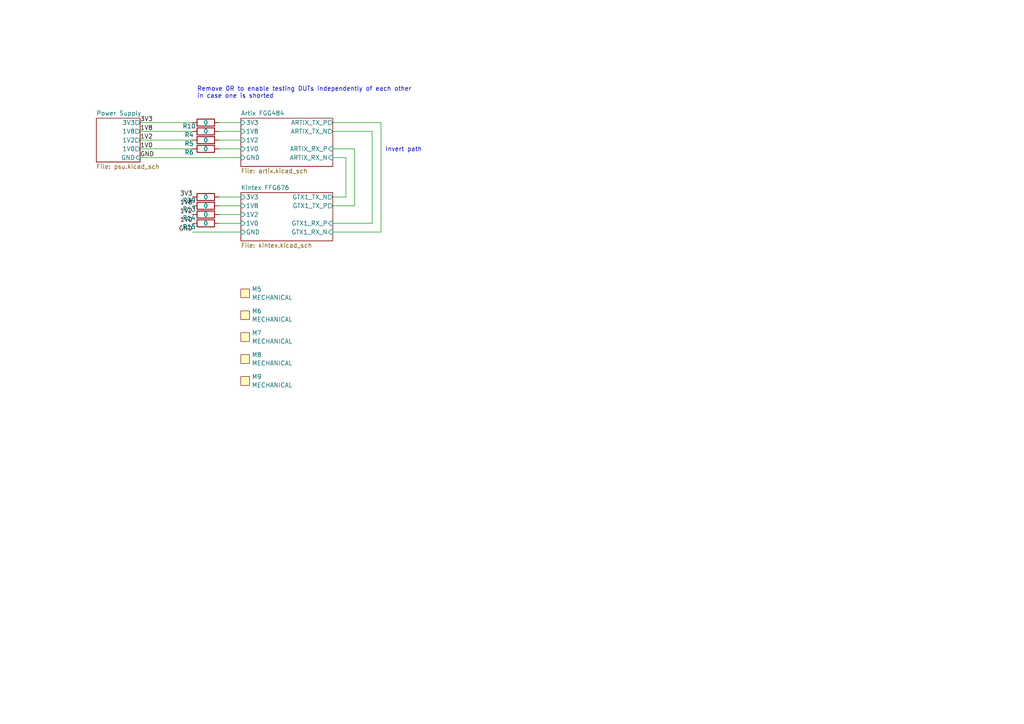
<source format=kicad_sch>
(kicad_sch (version 20231120) (generator "eeschema") (generator_version "8.0")
  (paper "A4")
  (lib_symbols
    (symbol "passive-azonenberg:R_PWR" (pin_numbers hide) (pin_names (offset 0))
      (property "Reference" "R" (at 2.032 0 90))
      (property "Value" "R_PWR" (at 0 0 90))
      (symbol "R_PWR_0_1"
        (rectangle (start -1.016 -2.54) (end 1.016 2.54) (stroke (width 0.254)))
      )
      (symbol "R_PWR_1_1"
        (pin power_out line (at 0 3.81 270) (length 1.27) (name "~") (number "1"))
        (pin power_in line (at 0 -3.81 90) (length 1.27) (name "~") (number "2"))
      )
    )
    (symbol "special-azonenberg:MECHANICAL" (pin_names (offset 1.016))
      (property "Reference" "M" (at 0 -2.54 0))
      (property "Value" "MECHANICAL" (at 0 -5.08 0))
      (symbol "MECHANICAL_0_1"
        (rectangle (start 0 1.27) (end 2.54 -1.27) (fill (type background)))
      )
    )
  )
  (wire (pts (xy 102.87 59.69) (xy 96.52 59.69)))
  (wire (pts (xy 63.5 35.56) (xy 69.85 35.56)))
  (wire (pts (xy 63.5 64.77) (xy 69.85 64.77)))
  (wire (pts (xy 96.52 57.15) (xy 100.33 57.15)))
  (wire (pts (xy 96.52 35.56) (xy 110.49 35.56)))
  (wire (pts (xy 100.33 45.72) (xy 96.52 45.72)))
  (wire (pts (xy 96.52 43.18) (xy 102.87 43.18)))
  (wire (pts (xy 100.33 57.15) (xy 100.33 45.72)))
  (wire (pts (xy 110.49 35.56) (xy 110.49 67.31)))
  (wire (pts (xy 63.5 40.64) (xy 69.85 40.64)))
  (wire (pts (xy 102.87 43.18) (xy 102.87 59.69)))
  (wire (pts (xy 55.88 67.31) (xy 69.85 67.31)))
  (wire (pts (xy 40.64 45.72) (xy 69.85 45.72)))
  (wire (pts (xy 96.52 38.1) (xy 107.95 38.1)))
  (wire (pts (xy 40.64 38.1) (xy 55.88 38.1)))
  (wire (pts (xy 107.95 38.1) (xy 107.95 64.77)))
  (wire (pts (xy 63.5 57.15) (xy 69.85 57.15)))
  (wire (pts (xy 40.64 40.64) (xy 55.88 40.64)))
  (wire (pts (xy 40.64 35.56) (xy 55.88 35.56)))
  (wire (pts (xy 107.95 64.77) (xy 96.52 64.77)))
  (wire (pts (xy 63.5 62.23) (xy 69.85 62.23)))
  (wire (pts (xy 110.49 67.31) (xy 96.52 67.31)))
  (wire (pts (xy 63.5 38.1) (xy 69.85 38.1)))
  (wire (pts (xy 63.5 43.18) (xy 69.85 43.18)))
  (wire (pts (xy 40.64 43.18) (xy 55.88 43.18)))
  (wire (pts (xy 63.5 59.69) (xy 69.85 59.69)))
  (text "Invert path" (at 111.76 43.434 0) (effects (font (size 1.27 1.27)) (justify left)))
  (text "Remove 0R to enable testing DUTs independently of each other\nin case one is shorted" (at 57.15 26.924 0) (effects (font (size 1.27 1.27)) (justify left)))
  (label "3V3" (at 40.64 35.56 0))
  (label "1V0" (at 55.88 64.77 180))
  (label "1V2" (at 55.88 62.23 180))
  (label "3V3" (at 55.88 57.15 180))
  (label "1V0" (at 40.64 43.18 0))
  (label "1V8" (at 40.64 38.1 0))
  (label "GND" (at 55.88 67.31 180))
  (label "1V2" (at 40.64 40.64 0))
  (label "1V8" (at 55.88 59.69 180))
  (label "GND" (at 40.64 45.72 0))
  (symbol (lib_id "passive-azonenberg:R_PWR") (at 59.69 38.1 270) (unit 1)
    (property "Reference" "R4" (at 54.864 39.116 90))
    (property "Value" "0" (at 59.69 38.1 90))
    (property "Footprint" "azonenberg_pcb:EIA_1206_CAP_NOSILK" (effects (hide yes)))
    (property "Description" "Resistor" (effects (hide yes)))
  )
  (symbol (lib_id "special-azonenberg:MECHANICAL") (at 69.85 110.49 0) (unit 1)
    (property "Reference" "M9" (at 73.025 109.2778 0) (effects (justify left)))
    (property "Value" "MECHANICAL" (at 73.025 111.7021 0) (effects (justify left)))
    (property "Footprint" "w_logo:Logo_silk_WEEE_3.4x5mm" (effects (hide yes)))
  )
  (symbol (lib_id "passive-azonenberg:R_PWR") (at 59.69 64.77 270) (unit 1)
    (property "Reference" "R15" (at 54.864 65.786 90))
    (property "Value" "0" (at 59.69 64.77 90))
    (property "Footprint" "azonenberg_pcb:EIA_1206_CAP_NOSILK" (effects (hide yes)))
    (property "Description" "Resistor" (effects (hide yes)))
  )
  (symbol (lib_id "special-azonenberg:MECHANICAL") (at 69.85 91.44 0) (unit 1)
    (property "Reference" "M6" (at 73.025 90.2278 0) (effects (justify left)))
    (property "Value" "MECHANICAL" (at 73.025 92.6521 0) (effects (justify left)))
    (property "Footprint" "azonenberg_pcb:LOGO_ESD_SENSITIVE_7MM" (effects (hide yes)))
  )
  (symbol (lib_id "special-azonenberg:MECHANICAL") (at 69.85 85.09 0) (unit 1)
    (property "Reference" "M5" (at 73.025 83.8778 0) (effects (justify left)))
    (property "Value" "MECHANICAL" (at 73.025 86.3021 0) (effects (justify left)))
    (property "Footprint" "azonenberg_pcb:LONGTHING-1200DPI" (effects (hide yes)))
  )
  (symbol (lib_id "passive-azonenberg:R_PWR") (at 59.69 59.69 270) (unit 1)
    (property "Reference" "R13" (at 54.864 60.706 90))
    (property "Value" "0" (at 59.69 59.69 90))
    (property "Footprint" "azonenberg_pcb:EIA_1206_CAP_NOSILK" (effects (hide yes)))
    (property "Description" "Resistor" (effects (hide yes)))
  )
  (symbol (lib_id "passive-azonenberg:R_PWR") (at 59.69 57.15 270) (unit 1)
    (property "Reference" "R39" (at 54.864 58.166 90))
    (property "Value" "0" (at 59.69 57.15 90))
    (property "Footprint" "azonenberg_pcb:EIA_1206_CAP_NOSILK" (effects (hide yes)))
    (property "Description" "Resistor" (effects (hide yes)))
  )
  (symbol (lib_id "special-azonenberg:MECHANICAL") (at 69.85 104.14 0) (unit 1)
    (property "Reference" "M8" (at 73.025 102.9278 0) (effects (justify left)))
    (property "Value" "MECHANICAL" (at 73.025 105.3521 0) (effects (justify left)))
    (property "Footprint" "w_logo:Logo_silk_ROHS_5x2.8mm" (effects (hide yes)))
  )
  (symbol (lib_id "passive-azonenberg:R_PWR") (at 59.69 62.23 270) (unit 1)
    (property "Reference" "R14" (at 54.864 63.246 90))
    (property "Value" "0" (at 59.69 62.23 90))
    (property "Footprint" "azonenberg_pcb:EIA_1206_CAP_NOSILK" (effects (hide yes)))
    (property "Description" "Resistor" (effects (hide yes)))
  )
  (symbol (lib_id "passive-azonenberg:R_PWR") (at 59.69 35.56 270) (unit 1)
    (property "Reference" "R10" (at 54.864 36.576 90))
    (property "Value" "0" (at 59.69 35.56 90))
    (property "Footprint" "azonenberg_pcb:EIA_1206_CAP_NOSILK" (effects (hide yes)))
    (property "Description" "Resistor" (effects (hide yes)))
  )
  (symbol (lib_id "special-azonenberg:MECHANICAL") (at 69.85 97.79 0) (unit 1)
    (property "Reference" "M7" (at 73.025 96.5778 0) (effects (justify left)))
    (property "Value" "MECHANICAL" (at 73.025 99.0021 0) (effects (justify left)))
    (property "Footprint" "w_logo:Logo_silk_OSHW_6x6mm" (effects (hide yes)))
  )
  (symbol (lib_id "passive-azonenberg:R_PWR") (at 59.69 40.64 270) (unit 1)
    (property "Reference" "R5" (at 54.864 41.656 90))
    (property "Value" "0" (at 59.69 40.64 90))
    (property "Footprint" "azonenberg_pcb:EIA_1206_CAP_NOSILK" (effects (hide yes)))
    (property "Description" "Resistor" (effects (hide yes)))
  )
  (symbol (lib_id "passive-azonenberg:R_PWR") (at 59.69 43.18 270) (unit 1)
    (property "Reference" "R6" (at 54.864 44.196 90))
    (property "Value" "0" (at 59.69 43.18 90))
    (property "Footprint" "azonenberg_pcb:EIA_1206_CAP_NOSILK" (effects (hide yes)))
    (property "Description" "Resistor" (effects (hide yes)))
  )
  (sheet (at 69.85 34.29) (size 26.67 13.97) (stroke (width 0.1524))
    (property "Sheetname" "Artix FGG484" (at 69.85 33.5784 0) (effects (justify left bottom)))
    (property "Sheetfile" "artix.kicad_sch" (at 69.85 48.8446 0) (effects (justify left top)))
    (pin "ARTIX_TX_N" output (at 96.52 38.1 0))
    (pin "ARTIX_TX_P" output (at 96.52 35.56 0))
    (pin "ARTIX_RX_P" input (at 96.52 43.18 0))
    (pin "ARTIX_RX_N" input (at 96.52 45.72 0))
    (pin "1V0" input (at 69.85 43.18 180))
    (pin "GND" input (at 69.85 45.72 180))
    (pin "1V8" input (at 69.85 38.1 180))
    (pin "1V2" input (at 69.85 40.64 180))
    (pin "3V3" input (at 69.85 35.56 180))
  )
  (sheet (at 69.85 55.88) (size 26.67 13.97) (stroke (width 0.1524))
    (property "Sheetname" "Kintex FFG676" (at 69.85 55.1684 0) (effects (justify left bottom)))
    (property "Sheetfile" "kintex.kicad_sch" (at 69.85 70.4346 0) (effects (justify left top)))
    (pin "GND" input (at 69.85 67.31 180))
    (pin "1V0" input (at 69.85 64.77 180))
    (pin "1V8" input (at 69.85 59.69 180))
    (pin "1V2" input (at 69.85 62.23 180))
    (pin "3V3" input (at 69.85 57.15 180))
    (pin "GTX1_TX_P" output (at 96.52 59.69 0))
    (pin "GTX1_TX_N" output (at 96.52 57.15 0))
    (pin "GTX1_RX_P" input (at 96.52 64.77 0))
    (pin "GTX1_RX_N" input (at 96.52 67.31 0))
  )
  (sheet (at 27.94 34.29) (size 12.7 12.7) (stroke (width 0.1524))
    (property "Sheetname" "Power Supply" (at 27.94 33.5784 0) (effects (justify left bottom)))
    (property "Sheetfile" "psu.kicad_sch" (at 27.94 47.5746 0) (effects (justify left top)))
    (pin "GND" input (at 40.64 45.72 0))
    (pin "3V3" output (at 40.64 35.56 0))
    (pin "1V8" output (at 40.64 38.1 0))
    (pin "1V0" output (at 40.64 43.18 0))
    (pin "1V2" output (at 40.64 40.64 0))
  )
)
</source>
